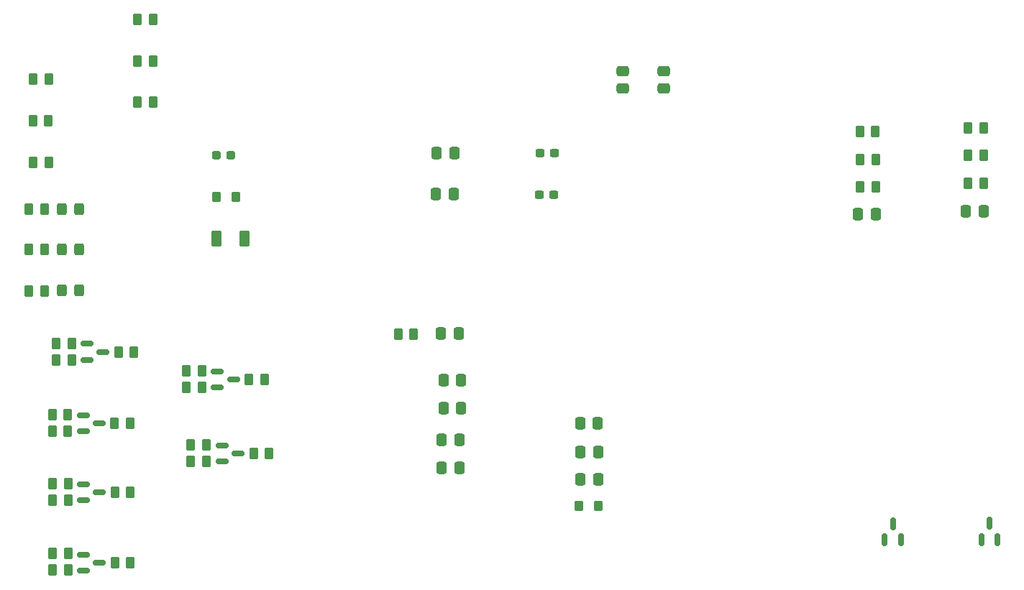
<source format=gbr>
%TF.GenerationSoftware,KiCad,Pcbnew,9.0.6*%
%TF.CreationDate,2025-11-04T19:56:49+01:00*%
%TF.ProjectId,Load_Board,4c6f6164-5f42-46f6-9172-642e6b696361,1.0*%
%TF.SameCoordinates,Original*%
%TF.FileFunction,Paste,Top*%
%TF.FilePolarity,Positive*%
%FSLAX46Y46*%
G04 Gerber Fmt 4.6, Leading zero omitted, Abs format (unit mm)*
G04 Created by KiCad (PCBNEW 9.0.6) date 2025-11-04 19:56:49*
%MOMM*%
%LPD*%
G01*
G04 APERTURE LIST*
G04 Aperture macros list*
%AMRoundRect*
0 Rectangle with rounded corners*
0 $1 Rounding radius*
0 $2 $3 $4 $5 $6 $7 $8 $9 X,Y pos of 4 corners*
0 Add a 4 corners polygon primitive as box body*
4,1,4,$2,$3,$4,$5,$6,$7,$8,$9,$2,$3,0*
0 Add four circle primitives for the rounded corners*
1,1,$1+$1,$2,$3*
1,1,$1+$1,$4,$5*
1,1,$1+$1,$6,$7*
1,1,$1+$1,$8,$9*
0 Add four rect primitives between the rounded corners*
20,1,$1+$1,$2,$3,$4,$5,0*
20,1,$1+$1,$4,$5,$6,$7,0*
20,1,$1+$1,$6,$7,$8,$9,0*
20,1,$1+$1,$8,$9,$2,$3,0*%
G04 Aperture macros list end*
%ADD10RoundRect,0.150000X-0.587500X-0.150000X0.587500X-0.150000X0.587500X0.150000X-0.587500X0.150000X0*%
%ADD11RoundRect,0.250000X-0.262500X-0.450000X0.262500X-0.450000X0.262500X0.450000X-0.262500X0.450000X0*%
%ADD12RoundRect,0.250000X0.262500X0.450000X-0.262500X0.450000X-0.262500X-0.450000X0.262500X-0.450000X0*%
%ADD13RoundRect,0.237500X0.287500X0.237500X-0.287500X0.237500X-0.287500X-0.237500X0.287500X-0.237500X0*%
%ADD14RoundRect,0.250000X0.275000X0.350000X-0.275000X0.350000X-0.275000X-0.350000X0.275000X-0.350000X0*%
%ADD15RoundRect,0.250000X0.362500X0.700000X-0.362500X0.700000X-0.362500X-0.700000X0.362500X-0.700000X0*%
%ADD16RoundRect,0.250000X-0.337500X-0.475000X0.337500X-0.475000X0.337500X0.475000X-0.337500X0.475000X0*%
%ADD17RoundRect,0.250000X0.325000X0.450000X-0.325000X0.450000X-0.325000X-0.450000X0.325000X-0.450000X0*%
%ADD18RoundRect,0.250000X0.337500X0.475000X-0.337500X0.475000X-0.337500X-0.475000X0.337500X-0.475000X0*%
%ADD19RoundRect,0.150000X0.150000X-0.587500X0.150000X0.587500X-0.150000X0.587500X-0.150000X-0.587500X0*%
%ADD20RoundRect,0.237500X0.300000X0.237500X-0.300000X0.237500X-0.300000X-0.237500X0.300000X-0.237500X0*%
%ADD21RoundRect,0.250000X-0.475000X0.337500X-0.475000X-0.337500X0.475000X-0.337500X0.475000X0.337500X0*%
%ADD22RoundRect,0.250000X0.475000X-0.337500X0.475000X0.337500X-0.475000X0.337500X-0.475000X-0.337500X0*%
G04 APERTURE END LIST*
D10*
%TO.C,Q5*%
X153400000Y-112550000D03*
X151525000Y-113500000D03*
X151525000Y-111600000D03*
%TD*%
D11*
%TO.C,R17*%
X157075000Y-112550000D03*
X155250000Y-112550000D03*
%TD*%
D12*
%TO.C,R15*%
X147875000Y-111550000D03*
X149700000Y-111550000D03*
%TD*%
%TO.C,R13*%
X147875000Y-113500000D03*
X149700000Y-113500000D03*
%TD*%
%TO.C,R31*%
X129300000Y-68500000D03*
X131125000Y-68500000D03*
%TD*%
%TO.C,R33*%
X129337500Y-78250000D03*
X131162500Y-78250000D03*
%TD*%
%TO.C,R32*%
X129275000Y-73350000D03*
X131100000Y-73350000D03*
%TD*%
D13*
%TO.C,L1*%
X150850000Y-77450000D03*
X152600000Y-77450000D03*
%TD*%
D14*
%TO.C,L2*%
X150862500Y-82350000D03*
X153162500Y-82350000D03*
%TD*%
D15*
%TO.C,L3*%
X150900000Y-87250000D03*
X154225000Y-87250000D03*
%TD*%
D11*
%TO.C,R6*%
X140712500Y-109025000D03*
X138887500Y-109025000D03*
%TD*%
D12*
%TO.C,R4*%
X133387500Y-108000000D03*
X131562500Y-108000000D03*
%TD*%
D10*
%TO.C,Q2*%
X137062500Y-109025000D03*
X135187500Y-109975000D03*
X135187500Y-108075000D03*
%TD*%
D12*
%TO.C,R2*%
X131575000Y-109925000D03*
X133400000Y-109925000D03*
%TD*%
%TO.C,R24*%
X241212500Y-80700000D03*
X239387500Y-80700000D03*
%TD*%
D11*
%TO.C,R22*%
X239375000Y-77450000D03*
X241200000Y-77450000D03*
%TD*%
D16*
%TO.C,C2*%
X239125000Y-84000000D03*
X241200000Y-84000000D03*
%TD*%
D12*
%TO.C,R19*%
X226625000Y-74600000D03*
X228450000Y-74600000D03*
%TD*%
%TO.C,R21*%
X241200000Y-74200000D03*
X239375000Y-74200000D03*
%TD*%
D16*
%TO.C,C1*%
X228487500Y-84400000D03*
X226412500Y-84400000D03*
%TD*%
D12*
%TO.C,R23*%
X226662500Y-81150000D03*
X228487500Y-81150000D03*
%TD*%
D11*
%TO.C,R20*%
X228500000Y-77900000D03*
X226675000Y-77900000D03*
%TD*%
D12*
%TO.C,R29*%
X130612500Y-88550000D03*
X128787500Y-88550000D03*
%TD*%
D17*
%TO.C,D2*%
X134700000Y-88510000D03*
X132650000Y-88510000D03*
%TD*%
D12*
%TO.C,R27*%
X143425000Y-71150000D03*
X141600000Y-71150000D03*
%TD*%
%TO.C,R25*%
X143425000Y-61450000D03*
X141600000Y-61450000D03*
%TD*%
%TO.C,R26*%
X143425000Y-66300000D03*
X141600000Y-66300000D03*
%TD*%
D16*
%TO.C,C17*%
X193755000Y-115590000D03*
X195830000Y-115590000D03*
%TD*%
%TO.C,C20*%
X177412500Y-114225000D03*
X179487500Y-114225000D03*
%TD*%
D11*
%TO.C,R37*%
X172275000Y-98510000D03*
X174100000Y-98510000D03*
%TD*%
%TO.C,R11*%
X138937500Y-117150000D03*
X140762500Y-117150000D03*
%TD*%
D12*
%TO.C,R30*%
X130612500Y-93450000D03*
X128787500Y-93450000D03*
%TD*%
D11*
%TO.C,R18*%
X154710000Y-103850000D03*
X156535000Y-103850000D03*
%TD*%
D16*
%TO.C,C16*%
X193765000Y-112360000D03*
X195840000Y-112360000D03*
%TD*%
D14*
%TO.C,L6*%
X195880000Y-118730000D03*
X193580000Y-118730000D03*
%TD*%
D11*
%TO.C,R5*%
X139350000Y-100600000D03*
X141175000Y-100600000D03*
%TD*%
D16*
%TO.C,C19*%
X177312500Y-98430000D03*
X179387500Y-98430000D03*
%TD*%
D12*
%TO.C,R8*%
X133425000Y-126300000D03*
X131600000Y-126300000D03*
%TD*%
D18*
%TO.C,C6*%
X178787500Y-82020000D03*
X176712500Y-82020000D03*
%TD*%
D19*
%TO.C,Q7*%
X229570000Y-122702500D03*
X231470000Y-122702500D03*
X230520000Y-120827500D03*
%TD*%
%TO.C,Q8*%
X240950000Y-122692500D03*
X242850000Y-122692500D03*
X241900000Y-120817500D03*
%TD*%
D12*
%TO.C,R1*%
X133837500Y-101525000D03*
X132012500Y-101525000D03*
%TD*%
D17*
%TO.C,D3*%
X134700000Y-93320000D03*
X132650000Y-93320000D03*
%TD*%
D10*
%TO.C,Q1*%
X135637500Y-99650000D03*
X135637500Y-101550000D03*
X137512500Y-100600000D03*
%TD*%
D11*
%TO.C,R12*%
X138925000Y-125425000D03*
X140750000Y-125425000D03*
%TD*%
D18*
%TO.C,C5*%
X178900000Y-77150000D03*
X176825000Y-77150000D03*
%TD*%
D12*
%TO.C,R7*%
X133412500Y-118050000D03*
X131587500Y-118050000D03*
%TD*%
D20*
%TO.C,C10*%
X190600000Y-82050000D03*
X188875000Y-82050000D03*
%TD*%
D12*
%TO.C,R3*%
X133837500Y-99575000D03*
X132012500Y-99575000D03*
%TD*%
%TO.C,R10*%
X133425000Y-124350000D03*
X131600000Y-124350000D03*
%TD*%
D10*
%TO.C,Q3*%
X135237500Y-116200000D03*
X135237500Y-118100000D03*
X137112500Y-117150000D03*
%TD*%
D12*
%TO.C,R28*%
X130612500Y-83750000D03*
X128787500Y-83750000D03*
%TD*%
D16*
%TO.C,C15*%
X177625000Y-107225000D03*
X179700000Y-107225000D03*
%TD*%
D21*
%TO.C,C12*%
X203540000Y-67512500D03*
X203540000Y-69587500D03*
%TD*%
D10*
%TO.C,Q6*%
X151010000Y-102900000D03*
X151010000Y-104800000D03*
X152885000Y-103850000D03*
%TD*%
D22*
%TO.C,C11*%
X198690000Y-69575000D03*
X198690000Y-67500000D03*
%TD*%
D12*
%TO.C,R14*%
X149197500Y-104750000D03*
X147372500Y-104750000D03*
%TD*%
D18*
%TO.C,C13*%
X195797500Y-108990000D03*
X193722500Y-108990000D03*
%TD*%
%TO.C,C18*%
X179475000Y-110975000D03*
X177400000Y-110975000D03*
%TD*%
D17*
%TO.C,D1*%
X134700000Y-83800000D03*
X132650000Y-83800000D03*
%TD*%
D12*
%TO.C,R16*%
X149197500Y-102800000D03*
X147372500Y-102800000D03*
%TD*%
%TO.C,R9*%
X133412500Y-116100000D03*
X131587500Y-116100000D03*
%TD*%
D10*
%TO.C,Q4*%
X135200000Y-124475000D03*
X135200000Y-126375000D03*
X137075000Y-125425000D03*
%TD*%
D16*
%TO.C,C14*%
X177637500Y-103950000D03*
X179712500Y-103950000D03*
%TD*%
D20*
%TO.C,C9*%
X190675000Y-77150000D03*
X188950000Y-77150000D03*
%TD*%
M02*

</source>
